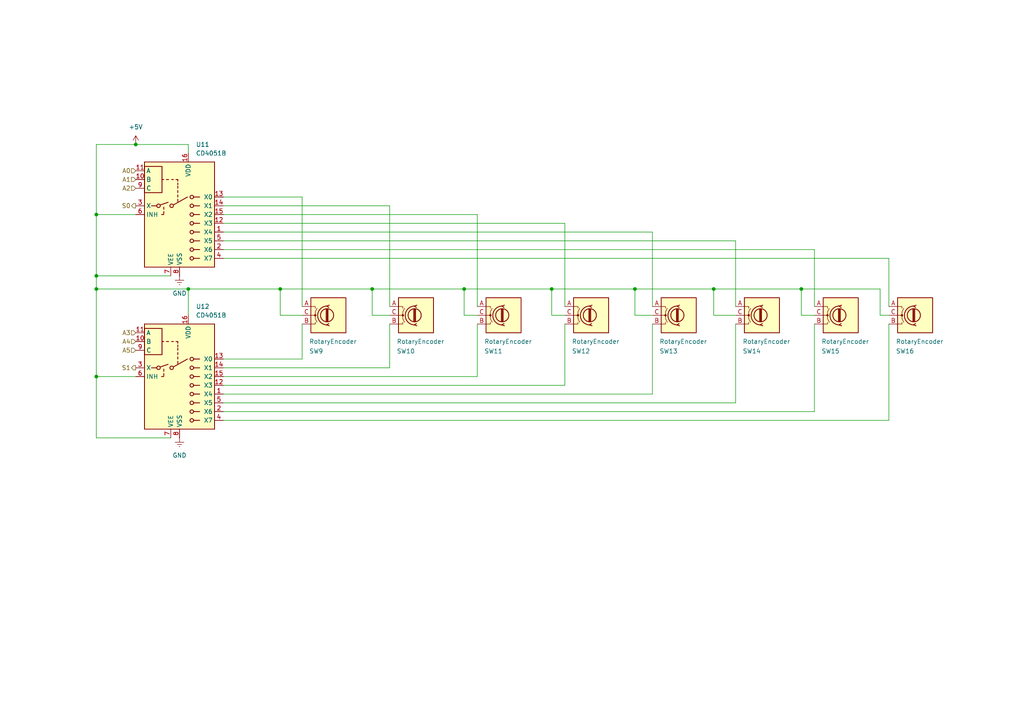
<source format=kicad_sch>
(kicad_sch (version 20231120) (generator "eeschema") (generator_version "8.0")
  (paper "A4")
  (lib_symbols
    (symbol "Analog_Switch:CD4051B"
      (property "Reference" "U" (at -10.16 16.51 0))
      (property "Value" "CD4051B" (at 3.81 16.51 0))
      (symbol "CD4051B_0_1"
        (rectangle (start -10.16 6.35) (end -5.08 13.97) (stroke (width 0.254)))
        (rectangle (start -10.16 15.24) (end 10.16 -15.24) (stroke (width 0.254)) (fill (type background)))
        (circle (center -6.096 2.54) (radius 0.508) (stroke (width 0.254)))
        (circle (center -2.286 2.54) (radius 0.508) (stroke (width 0.254)))
        (polyline (pts (xy -8.128 2.54) (xy -6.604 2.54)) (stroke (width 0.254)))
        (polyline (pts (xy -5.588 2.794) (xy -3.302 3.556)) (stroke (width 0.254)))
        (polyline (pts (xy -4.572 0) (xy -5.207 0)) (stroke (width 0.254)))
        (polyline (pts (xy -4.572 0.254) (xy -4.572 0.889)) (stroke (width 0.254)))
        (polyline (pts (xy -4.572 1.524) (xy -4.572 2.159)) (stroke (width 0.254)))
        (polyline (pts (xy -4.572 10.16) (xy -5.08 10.16)) (stroke (width 0.254)))
        (polyline (pts (xy -3.81 10.16) (xy -3.175 10.16)) (stroke (width 0.254)))
        (polyline (pts (xy -1.778 2.794) (xy 2.286 5.08)) (stroke (width 0.254)))
        (polyline (pts (xy -1.778 10.16) (xy -2.286 10.16)) (stroke (width 0.254)))
        (polyline (pts (xy -0.508 3.81) (xy -0.508 4.445)) (stroke (width 0.254)))
        (polyline (pts (xy -0.508 5.08) (xy -0.508 5.715)) (stroke (width 0.254)))
        (polyline (pts (xy -0.508 6.35) (xy -0.508 6.985)) (stroke (width 0.254)))
        (polyline (pts (xy -0.508 7.62) (xy -0.508 8.255)) (stroke (width 0.254)))
        (polyline (pts (xy -0.508 8.636) (xy -0.508 9.144)) (stroke (width 0.254)))
        (polyline (pts (xy -0.508 9.652) (xy -0.508 10.16)) (stroke (width 0.254)))
        (polyline (pts (xy -0.508 10.16) (xy -1.016 10.16)) (stroke (width 0.254)))
        (polyline (pts (xy 4.064 -12.7) (xy 5.842 -12.7)) (stroke (width 0.254)))
        (polyline (pts (xy 4.064 -10.16) (xy 5.842 -10.16)) (stroke (width 0.254)))
        (polyline (pts (xy 4.064 -7.62) (xy 5.842 -7.62)) (stroke (width 0.254)))
        (polyline (pts (xy 4.064 -5.08) (xy 5.842 -5.08)) (stroke (width 0.254)))
        (polyline (pts (xy 4.064 -2.54) (xy 5.842 -2.54)) (stroke (width 0.254)))
        (polyline (pts (xy 4.064 0) (xy 5.842 0)) (stroke (width 0.254)))
        (polyline (pts (xy 4.064 2.54) (xy 5.842 2.54)) (stroke (width 0.254)))
        (polyline (pts (xy 4.064 5.08) (xy 5.842 5.08)) (stroke (width 0.254)))
        (circle (center 3.556 -12.7) (radius 0.508) (stroke (width 0.254)))
        (circle (center 3.556 -10.16) (radius 0.508) (stroke (width 0.254)))
        (circle (center 3.556 -7.62) (radius 0.508) (stroke (width 0.254)))
        (circle (center 3.556 -5.08) (radius 0.508) (stroke (width 0.254)))
        (circle (center 3.556 -2.54) (radius 0.508) (stroke (width 0.254)))
        (circle (center 3.556 0) (radius 0.508) (stroke (width 0.254)))
        (circle (center 3.556 2.54) (radius 0.508) (stroke (width 0.254)))
        (circle (center 3.556 5.08) (radius 0.508) (stroke (width 0.254)))
      )
      (symbol "CD4051B_1_1"
        (pin bidirectional line (at 12.7 -5.08 180) (length 2.54) (name "X4") (number "1"))
        (pin input line (at -12.7 10.16 0) (length 2.54) (name "B") (number "10"))
        (pin input line (at -12.7 12.7 0) (length 2.54) (name "A") (number "11"))
        (pin bidirectional line (at 12.7 -2.54 180) (length 2.54) (name "X3") (number "12"))
        (pin bidirectional line (at 12.7 5.08 180) (length 2.54) (name "X0") (number "13"))
        (pin bidirectional line (at 12.7 2.54 180) (length 2.54) (name "X1") (number "14"))
        (pin bidirectional line (at 12.7 0 180) (length 2.54) (name "X2") (number "15"))
        (pin power_in line (at 2.54 17.78 270) (length 2.54) (name "VDD") (number "16"))
        (pin bidirectional line (at 12.7 -10.16 180) (length 2.54) (name "X6") (number "2"))
        (pin bidirectional line (at -12.7 2.54 0) (length 2.54) (name "X") (number "3"))
        (pin bidirectional line (at 12.7 -12.7 180) (length 2.54) (name "X7") (number "4"))
        (pin bidirectional line (at 12.7 -7.62 180) (length 2.54) (name "X5") (number "5"))
        (pin input line (at -12.7 0 0) (length 2.54) (name "INH") (number "6"))
        (pin power_in line (at -2.54 -17.78 90) (length 2.54) (name "VEE") (number "7"))
        (pin power_in line (at 0 -17.78 90) (length 2.54) (name "VSS") (number "8"))
        (pin input line (at -12.7 7.62 0) (length 2.54) (name "C") (number "9"))
      )
    )
    (symbol "Device:RotaryEncoder" (pin_names (offset 0.254) hide)
      (property "Reference" "SW" (at 0 6.604 0))
      (property "Value" "RotaryEncoder" (at 0 -6.604 0))
      (symbol "RotaryEncoder_0_1"
        (rectangle (start -5.08 5.08) (end 5.08 -5.08) (stroke (width 0.254)) (fill (type background)))
        (circle (center -3.81 0) (radius 0.254) (fill (type outline)))
        (circle (center -0.381 0) (radius 1.905) (stroke (width 0.254)))
        (arc (start -0.381 2.667) (mid -3.0988 -0.0635) (end -0.381 -2.794) (stroke (width 0.254)))
        (polyline (pts (xy -0.635 -1.778) (xy -0.635 1.778)) (stroke (width 0.254)))
        (polyline (pts (xy -0.381 -1.778) (xy -0.381 1.778)) (stroke (width 0.254)))
        (polyline (pts (xy -0.127 1.778) (xy -0.127 -1.778)) (stroke (width 0.254)))
        (polyline (pts (xy -5.08 -2.54) (xy -3.81 -2.54) (xy -3.81 -2.032)))
        (polyline (pts (xy -5.08 2.54) (xy -3.81 2.54) (xy -3.81 2.032)))
        (polyline (pts (xy 0.254 -3.048) (xy -0.508 -2.794) (xy 0.127 -2.413)) (stroke (width 0.254)))
        (polyline (pts (xy 0.254 2.921) (xy -0.508 2.667) (xy 0.127 2.286)) (stroke (width 0.254)))
        (polyline (pts (xy -5.08 0) (xy -3.81 0) (xy -3.81 -1.016) (xy -3.302 -2.032)))
        (polyline (pts (xy -4.318 0) (xy -3.81 0) (xy -3.81 1.016) (xy -3.302 2.032)))
      )
      (symbol "RotaryEncoder_1_1"
        (pin passive line (at -7.62 2.54 0) (length 2.54) (name "A") (number "A"))
        (pin passive line (at -7.62 -2.54 0) (length 2.54) (name "B") (number "B"))
        (pin passive line (at -7.62 0 0) (length 2.54) (name "C") (number "C"))
      )
    )
    (symbol "power:+5V" (power) (pin_numbers hide) (pin_names (offset 0) hide)
      (property "Value" "+5V" (at 0 3.556 0))
      (symbol "+5V_0_1"
        (polyline (pts (xy -0.762 1.27) (xy 0 2.54)))
        (polyline (pts (xy 0 0) (xy 0 2.54)))
        (polyline (pts (xy 0 2.54) (xy 0.762 1.27)))
      )
      (symbol "+5V_1_1"
        (pin power_in line (at 0 0 90) (length 0) (name "~") (number "1"))
      )
    )
    (symbol "power:Earth" (power) (pin_numbers hide) (pin_names (offset 0) hide)
      (property "Value" "Earth" (at 0 -3.81 0))
      (symbol "Earth_0_1"
        (polyline (pts (xy -0.635 -1.905) (xy 0.635 -1.905)))
        (polyline (pts (xy -0.127 -2.54) (xy 0.127 -2.54)))
        (polyline (pts (xy 0 -1.27) (xy 0 0)))
        (polyline (pts (xy 1.27 -1.27) (xy -1.27 -1.27)))
      )
      (symbol "Earth_1_1"
        (pin power_in line (at 0 0 270) (length 0) (name "~") (number "1"))
      )
    )
  )
  (junction (at 27.94 109.22))
  (junction (at 134.62 83.82))
  (junction (at 184.15 83.82))
  (junction (at 207.01 83.82))
  (junction (at 232.41 83.82))
  (junction (at 160.02 83.82))
  (junction (at 27.94 83.82))
  (junction (at 27.94 62.23))
  (junction (at 81.28 83.82))
  (junction (at 54.61 83.82))
  (junction (at 39.37 41.91))
  (junction (at 107.95 83.82))
  (junction (at 27.94 80.01))
  (wire (pts (xy 64.77 109.22) (xy 138.43 109.22)))
  (wire (pts (xy 207.01 83.82) (xy 184.15 83.82)))
  (wire (pts (xy 257.81 121.92) (xy 257.81 93.98)))
  (wire (pts (xy 64.77 114.3) (xy 189.23 114.3)))
  (wire (pts (xy 189.23 67.31) (xy 189.23 88.9)))
  (wire (pts (xy 81.28 91.44) (xy 81.28 83.82)))
  (wire (pts (xy 236.22 119.38) (xy 236.22 93.98)))
  (wire (pts (xy 107.95 91.44) (xy 107.95 83.82)))
  (wire (pts (xy 87.63 57.15) (xy 87.63 88.9)))
  (wire (pts (xy 184.15 83.82) (xy 160.02 83.82)))
  (wire (pts (xy 107.95 83.82) (xy 81.28 83.82)))
  (wire (pts (xy 113.03 106.68) (xy 113.03 93.98)))
  (wire (pts (xy 236.22 91.44) (xy 232.41 91.44)))
  (wire (pts (xy 138.43 91.44) (xy 134.62 91.44)))
  (wire (pts (xy 160.02 83.82) (xy 134.62 83.82)))
  (wire (pts (xy 54.61 83.82) (xy 54.61 91.44)))
  (wire (pts (xy 236.22 72.39) (xy 236.22 88.9)))
  (wire (pts (xy 257.81 91.44) (xy 255.27 91.44)))
  (wire (pts (xy 27.94 62.23) (xy 27.94 80.01)))
  (wire (pts (xy 64.77 64.77) (xy 163.83 64.77)))
  (wire (pts (xy 64.77 119.38) (xy 236.22 119.38)))
  (wire (pts (xy 163.83 64.77) (xy 163.83 88.9)))
  (wire (pts (xy 232.41 83.82) (xy 255.27 83.82)))
  (wire (pts (xy 138.43 62.23) (xy 138.43 88.9)))
  (wire (pts (xy 207.01 91.44) (xy 207.01 83.82)))
  (wire (pts (xy 64.77 72.39) (xy 236.22 72.39)))
  (wire (pts (xy 64.77 74.93) (xy 257.81 74.93)))
  (wire (pts (xy 184.15 91.44) (xy 184.15 83.82)))
  (wire (pts (xy 160.02 91.44) (xy 160.02 83.82)))
  (wire (pts (xy 64.77 106.68) (xy 113.03 106.68)))
  (wire (pts (xy 232.41 91.44) (xy 232.41 83.82)))
  (wire (pts (xy 64.77 116.84) (xy 213.36 116.84)))
  (wire (pts (xy 64.77 62.23) (xy 138.43 62.23)))
  (wire (pts (xy 213.36 116.84) (xy 213.36 93.98)))
  (wire (pts (xy 189.23 114.3) (xy 189.23 93.98)))
  (wire (pts (xy 54.61 44.45) (xy 54.61 41.91)))
  (wire (pts (xy 213.36 91.44) (xy 207.01 91.44)))
  (wire (pts (xy 113.03 59.69) (xy 113.03 88.9)))
  (wire (pts (xy 39.37 41.91) (xy 27.94 41.91)))
  (wire (pts (xy 64.77 59.69) (xy 113.03 59.69)))
  (wire (pts (xy 64.77 69.85) (xy 213.36 69.85)))
  (wire (pts (xy 87.63 91.44) (xy 81.28 91.44)))
  (wire (pts (xy 64.77 57.15) (xy 87.63 57.15)))
  (wire (pts (xy 163.83 111.76) (xy 163.83 93.98)))
  (wire (pts (xy 27.94 62.23) (xy 39.37 62.23)))
  (wire (pts (xy 138.43 109.22) (xy 138.43 93.98)))
  (wire (pts (xy 257.81 74.93) (xy 257.81 88.9)))
  (wire (pts (xy 27.94 41.91) (xy 27.94 62.23)))
  (wire (pts (xy 207.01 83.82) (xy 232.41 83.82)))
  (wire (pts (xy 213.36 69.85) (xy 213.36 88.9)))
  (wire (pts (xy 64.77 111.76) (xy 163.83 111.76)))
  (wire (pts (xy 27.94 109.22) (xy 27.94 127)))
  (wire (pts (xy 54.61 83.82) (xy 27.94 83.82)))
  (wire (pts (xy 39.37 41.91) (xy 54.61 41.91)))
  (wire (pts (xy 64.77 104.14) (xy 87.63 104.14)))
  (wire (pts (xy 64.77 121.92) (xy 257.81 121.92)))
  (wire (pts (xy 189.23 91.44) (xy 184.15 91.44)))
  (wire (pts (xy 64.77 67.31) (xy 189.23 67.31)))
  (wire (pts (xy 163.83 91.44) (xy 160.02 91.44)))
  (wire (pts (xy 87.63 104.14) (xy 87.63 93.98)))
  (wire (pts (xy 134.62 91.44) (xy 134.62 83.82)))
  (wire (pts (xy 27.94 127) (xy 49.53 127)))
  (wire (pts (xy 27.94 80.01) (xy 27.94 83.82)))
  (wire (pts (xy 27.94 80.01) (xy 49.53 80.01)))
  (wire (pts (xy 134.62 83.82) (xy 107.95 83.82)))
  (wire (pts (xy 113.03 91.44) (xy 107.95 91.44)))
  (wire (pts (xy 27.94 109.22) (xy 39.37 109.22)))
  (wire (pts (xy 54.61 83.82) (xy 81.28 83.82)))
  (wire (pts (xy 27.94 83.82) (xy 27.94 109.22)))
  (wire (pts (xy 255.27 91.44) (xy 255.27 83.82)))
  (hierarchical_label "S1" (shape output) (at 39.37 106.68 180))
  (hierarchical_label "A0" (shape input) (at 39.37 49.53 180))
  (hierarchical_label "A1" (shape input) (at 39.37 52.07 180))
  (hierarchical_label "A3" (shape input) (at 39.37 96.52 180))
  (hierarchical_label "A4" (shape input) (at 39.37 99.06 180))
  (hierarchical_label "S0" (shape output) (at 39.37 59.69 180))
  (hierarchical_label "A5" (shape input) (at 39.37 101.6 180))
  (hierarchical_label "A2" (shape input) (at 39.37 54.61 180))
  (symbol (lib_id "Device:RotaryEncoder") (at 196.85 91.44 0) (unit 1)
    (property "Reference" "SW13" (at 191.262 101.854 0) (effects (justify left)))
    (property "Value" "RotaryEncoder" (at 191.262 99.06 0) (effects (justify left)))
    (property "Description" "Rotary encoder, dual channel, incremental quadrate outputs" (effects (hide yes)))
  )
  (symbol (lib_id "Device:RotaryEncoder") (at 220.98 91.44 0) (unit 1)
    (property "Reference" "SW14" (at 215.392 101.854 0) (effects (justify left)))
    (property "Value" "RotaryEncoder" (at 215.392 99.06 0) (effects (justify left)))
    (property "Description" "Rotary encoder, dual channel, incremental quadrate outputs" (effects (hide yes)))
  )
  (symbol (lib_id "Device:RotaryEncoder") (at 95.25 91.44 0) (unit 1)
    (property "Reference" "SW9" (at 89.662 101.854 0) (effects (justify left)))
    (property "Value" "RotaryEncoder" (at 89.662 99.06 0) (effects (justify left)))
    (property "Description" "Rotary encoder, dual channel, incremental quadrate outputs" (effects (hide yes)))
  )
  (symbol (lib_id "Device:RotaryEncoder") (at 146.05 91.44 0) (unit 1)
    (property "Reference" "SW11" (at 140.462 101.854 0) (effects (justify left)))
    (property "Value" "RotaryEncoder" (at 140.462 99.06 0) (effects (justify left)))
    (property "Description" "Rotary encoder, dual channel, incremental quadrate outputs" (effects (hide yes)))
  )
  (symbol (lib_id "power:Earth") (at 52.07 80.01 0) (unit 1)
    (property "Reference" "#PWR017" (effects (hide yes)))
    (property "Value" "GND" (at 52.07 85.09 0))
    (property "Description" "Power symbol creates a global label with name \"Earth\"" (effects (hide yes)))
  )
  (symbol (lib_id "Device:RotaryEncoder") (at 171.45 91.44 0) (unit 1)
    (property "Reference" "SW12" (at 165.862 101.854 0) (effects (justify left)))
    (property "Value" "RotaryEncoder" (at 165.862 99.06 0) (effects (justify left)))
    (property "Description" "Rotary encoder, dual channel, incremental quadrate outputs" (effects (hide yes)))
  )
  (symbol (lib_id "Analog_Switch:CD4051B") (at 52.07 109.22 0) (unit 1)
    (property "Reference" "U12" (at 56.8041 88.9 0) (effects (justify left)))
    (property "Value" "CD4051B" (at 56.8041 91.44 0) (effects (justify left)))
    (property "Datasheet" "http://www.ti.com/lit/ds/symlink/cd4052b.pdf" (effects (hide yes)))
    (property "Description" "CMOS single 8-channel analog multiplexer demultiplexer, TSSOP-16/DIP-16/SOIC-16" (effects (hide yes)))
  )
  (symbol (lib_id "Device:RotaryEncoder") (at 120.65 91.44 0) (unit 1)
    (property "Reference" "SW10" (at 115.062 101.854 0) (effects (justify left)))
    (property "Value" "RotaryEncoder" (at 115.062 99.06 0) (effects (justify left)))
    (property "Description" "Rotary encoder, dual channel, incremental quadrate outputs" (effects (hide yes)))
  )
  (symbol (lib_id "Analog_Switch:CD4051B") (at 52.07 62.23 0) (unit 1)
    (property "Reference" "U11" (at 56.8041 41.91 0) (effects (justify left)))
    (property "Value" "CD4051B" (at 56.8041 44.45 0) (effects (justify left)))
    (property "Datasheet" "http://www.ti.com/lit/ds/symlink/cd4052b.pdf" (effects (hide yes)))
    (property "Description" "CMOS single 8-channel analog multiplexer demultiplexer, TSSOP-16/DIP-16/SOIC-16" (effects (hide yes)))
  )
  (symbol (lib_id "Device:RotaryEncoder") (at 243.84 91.44 0) (unit 1)
    (property "Reference" "SW15" (at 238.252 101.854 0) (effects (justify left)))
    (property "Value" "RotaryEncoder" (at 238.252 99.06 0) (effects (justify left)))
    (property "Description" "Rotary encoder, dual channel, incremental quadrate outputs" (effects (hide yes)))
  )
  (symbol (lib_id "power:Earth") (at 52.07 127 0) (unit 1)
    (property "Reference" "#PWR018" (effects (hide yes)))
    (property "Value" "GND" (at 52.07 132.08 0))
    (property "Description" "Power symbol creates a global label with name \"Earth\"" (effects (hide yes)))
  )
  (symbol (lib_id "Device:RotaryEncoder") (at 265.43 91.44 0) (unit 1)
    (property "Reference" "SW16" (at 259.842 101.854 0) (effects (justify left)))
    (property "Value" "RotaryEncoder" (at 259.842 99.06 0) (effects (justify left)))
    (property "Description" "Rotary encoder, dual channel, incremental quadrate outputs" (effects (hide yes)))
  )
  (symbol (lib_id "power:+5V") (at 39.37 41.91 0) (unit 1)
    (property "Reference" "#PWR016" (effects (hide yes)))
    (property "Value" "+5V" (at 39.37 36.83 0))
    (property "Description" "Power symbol creates a global label with name \"+5V\"" (effects (hide yes)))
  )
)
</source>
